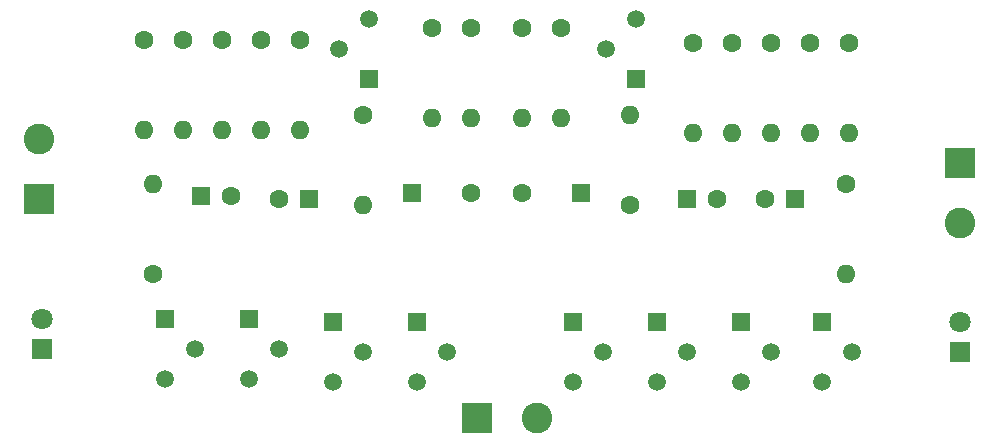
<source format=gbs>
%TF.GenerationSoftware,KiCad,Pcbnew,7.0.2-6a45011f42~172~ubuntu22.04.1*%
%TF.CreationDate,2023-05-29T20:36:27+02:00*%
%TF.ProjectId,politieflitser,706f6c69-7469-4656-966c-69747365722e,rev?*%
%TF.SameCoordinates,Original*%
%TF.FileFunction,Soldermask,Bot*%
%TF.FilePolarity,Negative*%
%FSLAX46Y46*%
G04 Gerber Fmt 4.6, Leading zero omitted, Abs format (unit mm)*
G04 Created by KiCad (PCBNEW 7.0.2-6a45011f42~172~ubuntu22.04.1) date 2023-05-29 20:36:27*
%MOMM*%
%LPD*%
G01*
G04 APERTURE LIST*
%ADD10R,2.600000X2.600000*%
%ADD11C,2.600000*%
%ADD12C,1.600000*%
%ADD13O,1.600000X1.600000*%
%ADD14R,1.600000X1.600000*%
%ADD15R,1.500000X1.500000*%
%ADD16C,1.500000*%
%ADD17R,1.800000X1.800000*%
%ADD18C,1.800000*%
G04 APERTURE END LIST*
D10*
%TO.C,OUT2*%
X108966000Y-39365000D03*
D11*
X108966000Y-44445000D03*
%TD*%
D12*
%TO.C,R16*%
X99314000Y-41148000D03*
D13*
X99314000Y-48768000D03*
%TD*%
D14*
%TO.C,C3*%
X62564000Y-41910000D03*
D12*
X67564000Y-41910000D03*
%TD*%
D14*
%TO.C,C6*%
X94956000Y-42418000D03*
D12*
X92456000Y-42418000D03*
%TD*%
%TO.C,R10*%
X75184000Y-27940000D03*
D13*
X75184000Y-35560000D03*
%TD*%
D15*
%TO.C,Q10*%
X90416000Y-52832000D03*
D16*
X92956000Y-55372000D03*
X90416000Y-57912000D03*
%TD*%
D12*
%TO.C,R13*%
X89662000Y-29210000D03*
D13*
X89662000Y-36830000D03*
%TD*%
D12*
%TO.C,R17*%
X39878000Y-28956000D03*
D13*
X39878000Y-36576000D03*
%TD*%
D12*
%TO.C,R14*%
X92964000Y-29210000D03*
D13*
X92964000Y-36830000D03*
%TD*%
D12*
%TO.C,R18*%
X99568000Y-29210000D03*
D13*
X99568000Y-36830000D03*
%TD*%
D15*
%TO.C,Q3*%
X58936000Y-32258000D03*
D16*
X56396000Y-29718000D03*
X58936000Y-27178000D03*
%TD*%
D14*
%TO.C,C1*%
X44704000Y-42164000D03*
D12*
X47204000Y-42164000D03*
%TD*%
D15*
%TO.C,Q4*%
X81542000Y-32258000D03*
D16*
X79002000Y-29718000D03*
X81542000Y-27178000D03*
%TD*%
D14*
%TO.C,C2*%
X53808000Y-42418000D03*
D12*
X51308000Y-42418000D03*
%TD*%
%TO.C,R7*%
X64262000Y-27940000D03*
D13*
X64262000Y-35560000D03*
%TD*%
D15*
%TO.C,Q5*%
X48760000Y-52578000D03*
D16*
X51300000Y-55118000D03*
X48760000Y-57658000D03*
%TD*%
D17*
%TO.C,LED1*%
X31242000Y-55118000D03*
D18*
X31242000Y-52578000D03*
%TD*%
D15*
%TO.C,Q6*%
X55880000Y-52832000D03*
D16*
X58420000Y-55372000D03*
X55880000Y-57912000D03*
%TD*%
D14*
%TO.C,C5*%
X85852000Y-42418000D03*
D12*
X88352000Y-42418000D03*
%TD*%
D15*
%TO.C,Q8*%
X76192000Y-52832000D03*
D16*
X78732000Y-55372000D03*
X76192000Y-57912000D03*
%TD*%
D15*
%TO.C,Q1*%
X41648000Y-52578000D03*
D16*
X44188000Y-55118000D03*
X41648000Y-57658000D03*
%TD*%
D15*
%TO.C,Q9*%
X83304000Y-52832000D03*
D16*
X85844000Y-55372000D03*
X83304000Y-57912000D03*
%TD*%
D14*
%TO.C,C4*%
X76882000Y-41910000D03*
D12*
X71882000Y-41910000D03*
%TD*%
%TO.C,R6*%
X58420000Y-35306000D03*
D13*
X58420000Y-42926000D03*
%TD*%
D12*
%TO.C,R15*%
X96266000Y-29210000D03*
D13*
X96266000Y-36830000D03*
%TD*%
D17*
%TO.C,LED2*%
X108966000Y-55372000D03*
D18*
X108966000Y-52832000D03*
%TD*%
D12*
%TO.C,R9*%
X71882000Y-27940000D03*
D13*
X71882000Y-35560000D03*
%TD*%
D12*
%TO.C,R2*%
X43180000Y-28956000D03*
D13*
X43180000Y-36576000D03*
%TD*%
D12*
%TO.C,R4*%
X49784000Y-28956000D03*
D13*
X49784000Y-36576000D03*
%TD*%
D12*
%TO.C,R11*%
X81026000Y-42926000D03*
D13*
X81026000Y-35306000D03*
%TD*%
D12*
%TO.C,R3*%
X46482000Y-28956000D03*
D13*
X46482000Y-36576000D03*
%TD*%
D12*
%TO.C,R8*%
X67564000Y-27940000D03*
D13*
X67564000Y-35560000D03*
%TD*%
D15*
%TO.C,Q2*%
X97274000Y-52832000D03*
D16*
X99814000Y-55372000D03*
X97274000Y-57912000D03*
%TD*%
D15*
%TO.C,Q7*%
X62992000Y-52832000D03*
D16*
X65532000Y-55372000D03*
X62992000Y-57912000D03*
%TD*%
D10*
%TO.C,9...12V*%
X68072000Y-60960000D03*
D11*
X73152000Y-60960000D03*
%TD*%
D12*
%TO.C,R5*%
X53086000Y-28956000D03*
D13*
X53086000Y-36576000D03*
%TD*%
D12*
%TO.C,R1*%
X40640000Y-48768000D03*
D13*
X40640000Y-41148000D03*
%TD*%
D12*
%TO.C,R12*%
X86360000Y-29210000D03*
D13*
X86360000Y-36830000D03*
%TD*%
D10*
%TO.C,OUT1*%
X30988000Y-42418000D03*
D11*
X30988000Y-37338000D03*
%TD*%
M02*

</source>
